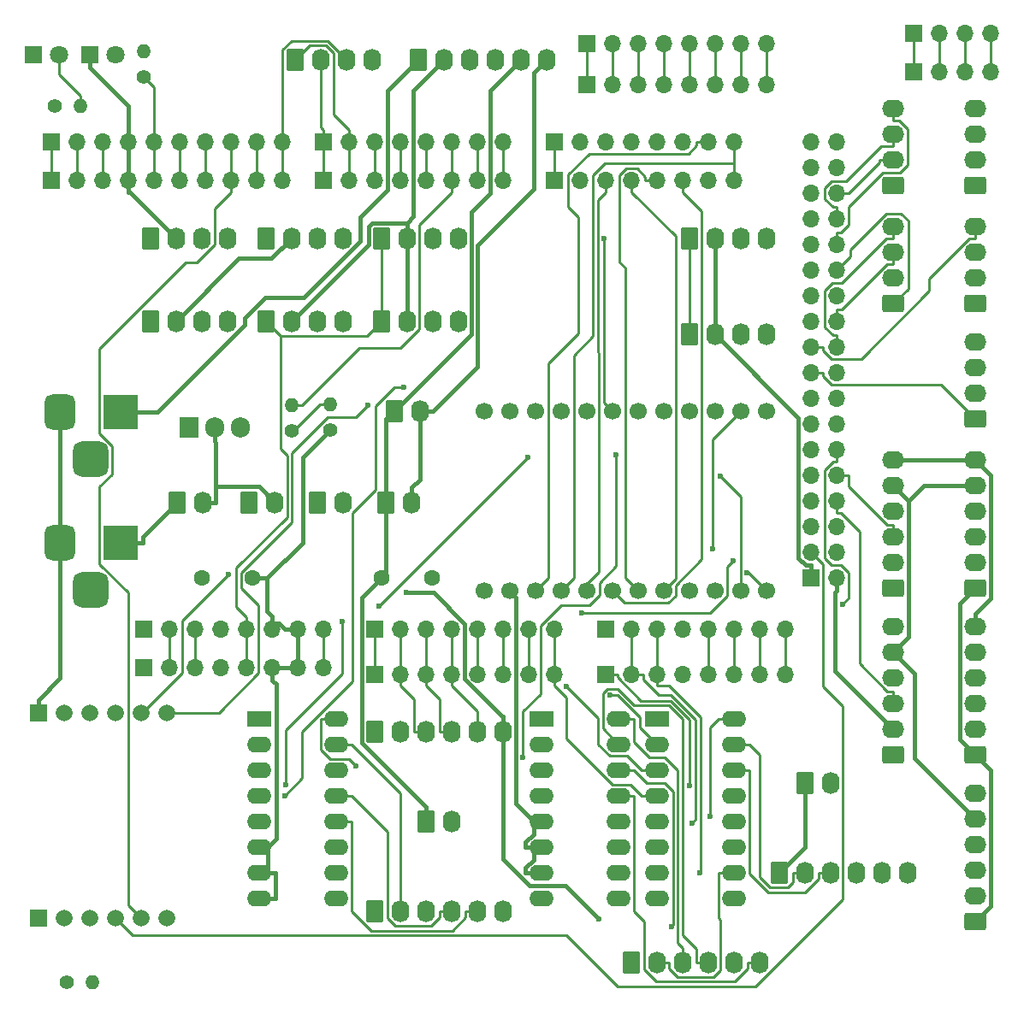
<source format=gbr>
%TF.GenerationSoftware,KiCad,Pcbnew,7.0.9*%
%TF.CreationDate,2023-12-05T19:44:07+10:00*%
%TF.ProjectId,Forward Console General Output,466f7277-6172-4642-9043-6f6e736f6c65,rev?*%
%TF.SameCoordinates,Original*%
%TF.FileFunction,Copper,L2,Bot*%
%TF.FilePolarity,Positive*%
%FSLAX46Y46*%
G04 Gerber Fmt 4.6, Leading zero omitted, Abs format (unit mm)*
G04 Created by KiCad (PCBNEW 7.0.9) date 2023-12-05 19:44:07*
%MOMM*%
%LPD*%
G01*
G04 APERTURE LIST*
G04 Aperture macros list*
%AMRoundRect*
0 Rectangle with rounded corners*
0 $1 Rounding radius*
0 $2 $3 $4 $5 $6 $7 $8 $9 X,Y pos of 4 corners*
0 Add a 4 corners polygon primitive as box body*
4,1,4,$2,$3,$4,$5,$6,$7,$8,$9,$2,$3,0*
0 Add four circle primitives for the rounded corners*
1,1,$1+$1,$2,$3*
1,1,$1+$1,$4,$5*
1,1,$1+$1,$6,$7*
1,1,$1+$1,$8,$9*
0 Add four rect primitives between the rounded corners*
20,1,$1+$1,$2,$3,$4,$5,0*
20,1,$1+$1,$4,$5,$6,$7,0*
20,1,$1+$1,$6,$7,$8,$9,0*
20,1,$1+$1,$8,$9,$2,$3,0*%
G04 Aperture macros list end*
%TA.AperFunction,ComponentPad*%
%ADD10RoundRect,0.250000X-0.620000X-0.845000X0.620000X-0.845000X0.620000X0.845000X-0.620000X0.845000X0*%
%TD*%
%TA.AperFunction,ComponentPad*%
%ADD11O,1.740000X2.190000*%
%TD*%
%TA.AperFunction,ComponentPad*%
%ADD12R,1.700000X1.700000*%
%TD*%
%TA.AperFunction,ComponentPad*%
%ADD13O,1.700000X1.700000*%
%TD*%
%TA.AperFunction,ComponentPad*%
%ADD14C,1.700000*%
%TD*%
%TA.AperFunction,ComponentPad*%
%ADD15C,1.400000*%
%TD*%
%TA.AperFunction,ComponentPad*%
%ADD16O,1.400000X1.400000*%
%TD*%
%TA.AperFunction,ComponentPad*%
%ADD17O,2.400000X1.600000*%
%TD*%
%TA.AperFunction,ComponentPad*%
%ADD18R,2.400000X1.600000*%
%TD*%
%TA.AperFunction,ComponentPad*%
%ADD19RoundRect,0.250000X0.845000X-0.620000X0.845000X0.620000X-0.845000X0.620000X-0.845000X-0.620000X0*%
%TD*%
%TA.AperFunction,ComponentPad*%
%ADD20O,2.190000X1.740000*%
%TD*%
%TA.AperFunction,ComponentPad*%
%ADD21C,1.600000*%
%TD*%
%TA.AperFunction,ComponentPad*%
%ADD22R,3.500000X3.500000*%
%TD*%
%TA.AperFunction,ComponentPad*%
%ADD23RoundRect,0.750000X-0.750000X-1.000000X0.750000X-1.000000X0.750000X1.000000X-0.750000X1.000000X0*%
%TD*%
%TA.AperFunction,ComponentPad*%
%ADD24RoundRect,0.875000X-0.875000X-0.875000X0.875000X-0.875000X0.875000X0.875000X-0.875000X0.875000X0*%
%TD*%
%TA.AperFunction,ComponentPad*%
%ADD25R,1.905000X2.000000*%
%TD*%
%TA.AperFunction,ComponentPad*%
%ADD26O,1.905000X2.000000*%
%TD*%
%TA.AperFunction,ComponentPad*%
%ADD27R,1.800000X1.800000*%
%TD*%
%TA.AperFunction,ComponentPad*%
%ADD28C,1.800000*%
%TD*%
%TA.AperFunction,ComponentPad*%
%ADD29R,1.665000X1.665000*%
%TD*%
%TA.AperFunction,ComponentPad*%
%ADD30C,1.665000*%
%TD*%
%TA.AperFunction,ViaPad*%
%ADD31C,0.600000*%
%TD*%
%TA.AperFunction,Conductor*%
%ADD32C,0.250000*%
%TD*%
%TA.AperFunction,Conductor*%
%ADD33C,0.400000*%
%TD*%
G04 APERTURE END LIST*
D10*
%TO.P,J60,1,Pin_1*%
%TO.N,+5V*%
X181915000Y-58725000D03*
D11*
%TO.P,J60,2,Pin_2*%
%TO.N,GND*%
X184455000Y-58725000D03*
%TO.P,J60,3,Pin_3*%
%TO.N,/SC7*%
X186995000Y-58725000D03*
%TO.P,J60,4,Pin_4*%
%TO.N,/SD7*%
X189535000Y-58725000D03*
%TD*%
D10*
%TO.P,J59,1,Pin_1*%
%TO.N,+5V*%
X181915000Y-68250000D03*
D11*
%TO.P,J59,2,Pin_2*%
%TO.N,GND*%
X184455000Y-68250000D03*
%TO.P,J59,3,Pin_3*%
%TO.N,/SC6*%
X186995000Y-68250000D03*
%TO.P,J59,4,Pin_4*%
%TO.N,/SD6*%
X189535000Y-68250000D03*
%TD*%
D10*
%TO.P,J58,1,Pin_1*%
%TO.N,+5V*%
X151435000Y-58725000D03*
D11*
%TO.P,J58,2,Pin_2*%
%TO.N,GND*%
X153975000Y-58725000D03*
%TO.P,J58,3,Pin_3*%
%TO.N,/SC5*%
X156515000Y-58725000D03*
%TO.P,J58,4,Pin_4*%
%TO.N,/SD5*%
X159055000Y-58725000D03*
%TD*%
D10*
%TO.P,J57,1,Pin_1*%
%TO.N,+5V*%
X151435000Y-67000000D03*
D11*
%TO.P,J57,2,Pin_2*%
%TO.N,GND*%
X153975000Y-67000000D03*
%TO.P,J57,3,Pin_3*%
%TO.N,/SC4*%
X156515000Y-67000000D03*
%TO.P,J57,4,Pin_4*%
%TO.N,/SD4*%
X159055000Y-67000000D03*
%TD*%
D10*
%TO.P,J56,1,Pin_1*%
%TO.N,+5V*%
X140005000Y-58725000D03*
D11*
%TO.P,J56,2,Pin_2*%
%TO.N,GND*%
X142545000Y-58725000D03*
%TO.P,J56,3,Pin_3*%
%TO.N,/SC3*%
X145085000Y-58725000D03*
%TO.P,J56,4,Pin_4*%
%TO.N,/SD3*%
X147625000Y-58725000D03*
%TD*%
D10*
%TO.P,J55,1,Pin_1*%
%TO.N,+5V*%
X140005000Y-66980000D03*
D11*
%TO.P,J55,2,Pin_2*%
%TO.N,GND*%
X142545000Y-66980000D03*
%TO.P,J55,3,Pin_3*%
%TO.N,/SC2*%
X145085000Y-66980000D03*
%TO.P,J55,4,Pin_4*%
%TO.N,/SD2*%
X147625000Y-66980000D03*
%TD*%
D10*
%TO.P,J36,1,Pin_1*%
%TO.N,+5V*%
X128575000Y-58745000D03*
D11*
%TO.P,J36,2,Pin_2*%
%TO.N,GND*%
X131115000Y-58745000D03*
%TO.P,J36,3,Pin_3*%
%TO.N,/SC1*%
X133655000Y-58745000D03*
%TO.P,J36,4,Pin_4*%
%TO.N,/SD1*%
X136195000Y-58745000D03*
%TD*%
%TO.P,J21,4,Pin_4*%
%TO.N,/SD0*%
X136195000Y-66980000D03*
%TO.P,J21,3,Pin_3*%
%TO.N,/SC0*%
X133655000Y-66980000D03*
%TO.P,J21,2,Pin_2*%
%TO.N,GND*%
X131115000Y-66980000D03*
D10*
%TO.P,J21,1,Pin_1*%
%TO.N,+5V*%
X128575000Y-66980000D03*
%TD*%
D12*
%TO.P,J45,1,Pin_1*%
%TO.N,GND*%
X193980000Y-92380000D03*
D13*
%TO.P,J45,2,Pin_2*%
X196520000Y-92380000D03*
%TO.P,J45,3,Pin_3*%
%TO.N,SCLK*%
X193980000Y-89840000D03*
%TO.P,J45,4,Pin_4*%
%TO.N,ES1_RST*%
X196520000Y-89840000D03*
%TO.P,J45,5,Pin_5*%
%TO.N,MISO*%
X193980000Y-87300000D03*
%TO.P,J45,6,Pin_6*%
%TO.N,MOSI*%
X196520000Y-87300000D03*
%TO.P,J45,7,Pin_7*%
%TO.N,/48*%
X193980000Y-84760000D03*
%TO.P,J45,8,Pin_8*%
%TO.N,/49*%
X196520000Y-84760000D03*
%TO.P,J45,9,Pin_9*%
%TO.N,/\u002A46*%
X193980000Y-82220000D03*
%TO.P,J45,10,Pin_10*%
%TO.N,/47*%
X196520000Y-82220000D03*
%TO.P,J45,11,Pin_11*%
%TO.N,/\u002A44*%
X193980000Y-79680000D03*
%TO.P,J45,12,Pin_12*%
%TO.N,O_COIL_L_YAW*%
X196520000Y-79680000D03*
%TO.P,J45,13,Pin_13*%
%TO.N,/42*%
X193980000Y-77140000D03*
%TO.P,J45,14,Pin_14*%
%TO.N,O_COIL_R_YAW*%
X196520000Y-77140000D03*
%TO.P,J45,15,Pin_15*%
%TO.N,/40*%
X193980000Y-74600000D03*
%TO.P,J45,16,Pin_16*%
%TO.N,O_COIL_L_PITCH*%
X196520000Y-74600000D03*
%TO.P,J45,17,Pin_17*%
%TO.N,/38*%
X193980000Y-72060000D03*
%TO.P,J45,18,Pin_18*%
%TO.N,O_COIL_R_PITCH*%
X196520000Y-72060000D03*
%TO.P,J45,19,Pin_19*%
%TO.N,/36*%
X193980000Y-69520000D03*
%TO.P,J45,20,Pin_20*%
%TO.N,/37*%
X196520000Y-69520000D03*
%TO.P,J45,21,Pin_21*%
%TO.N,/34*%
X193980000Y-66980000D03*
%TO.P,J45,22,Pin_22*%
%TO.N,/35*%
X196520000Y-66980000D03*
%TO.P,J45,23,Pin_23*%
%TO.N,/32*%
X193980000Y-64440000D03*
%TO.P,J45,24,Pin_24*%
%TO.N,/33*%
X196520000Y-64440000D03*
%TO.P,J45,25,Pin_25*%
%TO.N,/30*%
X193980000Y-61900000D03*
%TO.P,J45,26,Pin_26*%
%TO.N,/31*%
X196520000Y-61900000D03*
%TO.P,J45,27,Pin_27*%
%TO.N,/28*%
X193980000Y-59360000D03*
%TO.P,J45,28,Pin_28*%
%TO.N,/29*%
X196520000Y-59360000D03*
%TO.P,J45,29,Pin_29*%
%TO.N,/26*%
X193980000Y-56820000D03*
%TO.P,J45,30,Pin_30*%
%TO.N,/27*%
X196520000Y-56820000D03*
%TO.P,J45,31,Pin_31*%
%TO.N,/24*%
X193980000Y-54280000D03*
%TO.P,J45,32,Pin_32*%
%TO.N,/25*%
X196520000Y-54280000D03*
%TO.P,J45,33,Pin_33*%
%TO.N,/22*%
X193980000Y-51740000D03*
%TO.P,J45,34,Pin_34*%
%TO.N,/23*%
X196520000Y-51740000D03*
%TO.P,J45,35,Pin_35*%
%TO.N,+5V*%
X193980000Y-49200000D03*
%TO.P,J45,36,Pin_36*%
X196520000Y-49200000D03*
%TD*%
D12*
%TO.P,J42,1,Pin_1*%
%TO.N,unconnected-(J42-Pin_1-Pad1)*%
X127940000Y-97460000D03*
D13*
%TO.P,J42,2,Pin_2*%
%TO.N,/IOREF*%
X130480000Y-97460000D03*
%TO.P,J42,3,Pin_3*%
%TO.N,/~{RESET}*%
X133020000Y-97460000D03*
%TO.P,J42,4,Pin_4*%
%TO.N,+3V3*%
X135560000Y-97460000D03*
%TO.P,J42,5,Pin_5*%
%TO.N,+5V*%
X138100000Y-97460000D03*
%TO.P,J42,6,Pin_6*%
%TO.N,GND*%
X140640000Y-97460000D03*
%TO.P,J42,7,Pin_7*%
X143180000Y-97460000D03*
%TO.P,J42,8,Pin_8*%
%TO.N,VCC*%
X145720000Y-97460000D03*
%TD*%
D12*
%TO.P,J43,1,Pin_1*%
%TO.N,/A0*%
X150800000Y-97460000D03*
D13*
%TO.P,J43,2,Pin_2*%
%TO.N,/A1*%
X153340000Y-97460000D03*
%TO.P,J43,3,Pin_3*%
%TO.N,/A2*%
X155880000Y-97460000D03*
%TO.P,J43,4,Pin_4*%
%TO.N,/A3*%
X158420000Y-97460000D03*
%TO.P,J43,5,Pin_5*%
%TO.N,O_CAUTION_LAMP-*%
X160960000Y-97460000D03*
%TO.P,J43,6,Pin_6*%
%TO.N,O_PRI_LAMP*%
X163500000Y-97460000D03*
%TO.P,J43,7,Pin_7*%
%TO.N,O_SEP_LAMP*%
X166040000Y-97460000D03*
%TO.P,J43,8,Pin_8*%
%TO.N,O_MISSILE_LAMP*%
X168580000Y-97460000D03*
%TD*%
D12*
%TO.P,J44,1,Pin_1*%
%TO.N,O_HARS_LAMP*%
X173660000Y-97460000D03*
D13*
%TO.P,J44,2,Pin_2*%
%TO.N,O_EGI_LAMP*%
X176200000Y-97460000D03*
%TO.P,J44,3,Pin_3*%
%TO.N,O_TISL_LAMP*%
X178740000Y-97460000D03*
%TO.P,J44,4,Pin_4*%
%TO.N,O_STR_PT_LAMP*%
X181280000Y-97460000D03*
%TO.P,J44,5,Pin_5*%
%TO.N,O_ANCHR_LAMP*%
X183820000Y-97460000D03*
%TO.P,J44,6,Pin_6*%
%TO.N,O_TCN_LAMP*%
X186360000Y-97460000D03*
%TO.P,J44,7,Pin_7*%
%TO.N,O_ILS_LAMP*%
X188900000Y-97460000D03*
%TO.P,J44,8,Pin_8*%
%TO.N,O_ANTI_SKID*%
X191440000Y-97460000D03*
%TD*%
D12*
%TO.P,J46,1,Pin_1*%
%TO.N,/SCL*%
X118796000Y-49200000D03*
D13*
%TO.P,J46,2,Pin_2*%
%TO.N,/SDA*%
X121336000Y-49200000D03*
%TO.P,J46,3,Pin_3*%
%TO.N,/AREF*%
X123876000Y-49200000D03*
%TO.P,J46,4,Pin_4*%
%TO.N,GND*%
X126416000Y-49200000D03*
%TO.P,J46,5,Pin_5*%
%TO.N,/\u002A13*%
X128956000Y-49200000D03*
%TO.P,J46,6,Pin_6*%
%TO.N,/\u002A12*%
X131496000Y-49200000D03*
%TO.P,J46,7,Pin_7*%
%TO.N,/\u002A11*%
X134036000Y-49200000D03*
%TO.P,J46,8,Pin_8*%
%TO.N,SS*%
X136576000Y-49200000D03*
%TO.P,J46,9,Pin_9*%
%TO.N,/\u002A9*%
X139116000Y-49200000D03*
%TO.P,J46,10,Pin_10*%
%TO.N,/\u002A8*%
X141656000Y-49200000D03*
%TD*%
D12*
%TO.P,J47,1,Pin_1*%
%TO.N,/\u002A7*%
X145720000Y-49200000D03*
D13*
%TO.P,J47,2,Pin_2*%
%TO.N,/\u002A6*%
X148260000Y-49200000D03*
%TO.P,J47,3,Pin_3*%
%TO.N,/\u002A5*%
X150800000Y-49200000D03*
%TO.P,J47,4,Pin_4*%
%TO.N,/\u002A4*%
X153340000Y-49200000D03*
%TO.P,J47,5,Pin_5*%
%TO.N,/\u002A3*%
X155880000Y-49200000D03*
%TO.P,J47,6,Pin_6*%
%TO.N,/\u002A2*%
X158420000Y-49200000D03*
%TO.P,J47,7,Pin_7*%
%TO.N,/TX0{slash}1*%
X160960000Y-49200000D03*
%TO.P,J47,8,Pin_8*%
%TO.N,/RX0{slash}0*%
X163500000Y-49200000D03*
%TD*%
D12*
%TO.P,J48,1,Pin_1*%
%TO.N,/TX3{slash}14*%
X168580000Y-49200000D03*
D13*
%TO.P,J48,2,Pin_2*%
%TO.N,/RX3{slash}15*%
X171120000Y-49200000D03*
%TO.P,J48,3,Pin_3*%
%TO.N,/I2C_SEL_RESET*%
X173660000Y-49200000D03*
%TO.P,J48,4,Pin_4*%
%TO.N,/I2C_SEL_A0*%
X176200000Y-49200000D03*
%TO.P,J48,5,Pin_5*%
%TO.N,/I2C_SEL_A1*%
X178740000Y-49200000D03*
%TO.P,J48,6,Pin_6*%
%TO.N,/I2C_SEL_A2*%
X181280000Y-49200000D03*
%TO.P,J48,7,Pin_7*%
%TO.N,/SDA*%
X183820000Y-49200000D03*
%TO.P,J48,8,Pin_8*%
%TO.N,/SCL*%
X186360000Y-49200000D03*
%TD*%
D14*
%TO.P,U4,1,VCC*%
%TO.N,+3V3*%
X161595000Y-93650000D03*
%TO.P,U4,2,GND*%
%TO.N,GND*%
X164135000Y-93650000D03*
%TO.P,U4,3,SDA*%
%TO.N,/SDA*%
X166675000Y-93650000D03*
%TO.P,U4,4,SCL*%
%TO.N,/SCL*%
X169215000Y-93650000D03*
%TO.P,U4,5,~{RESET}*%
%TO.N,/I2C_SEL_RESET*%
X171755000Y-93650000D03*
%TO.P,U4,6,A0*%
%TO.N,/I2C_SEL_A2*%
X174295000Y-93650000D03*
%TO.P,U4,7,A1*%
%TO.N,/I2C_SEL_A1*%
X176835000Y-93650000D03*
%TO.P,U4,8,A2*%
%TO.N,/I2C_SEL_A0*%
X179375000Y-93650000D03*
%TO.P,U4,9,SD0*%
%TO.N,/SD0*%
X181915000Y-93650000D03*
%TO.P,U4,10,SC0*%
%TO.N,/SC0*%
X184455000Y-93650000D03*
%TO.P,U4,11,SD1*%
%TO.N,/SD1*%
X186995000Y-93650000D03*
%TO.P,U4,12,SC1*%
%TO.N,/SC1*%
X189535000Y-93650000D03*
%TO.P,U4,13,SD2*%
%TO.N,/SD2*%
X189535000Y-75870000D03*
%TO.P,U4,14,SC2*%
%TO.N,/SC2*%
X186995000Y-75870000D03*
%TO.P,U4,15,SD3*%
%TO.N,/SD3*%
X184455000Y-75870000D03*
%TO.P,U4,16,SC3*%
%TO.N,/SC3*%
X181915000Y-75870000D03*
%TO.P,U4,17,SD4*%
%TO.N,/SD4*%
X179375000Y-75870000D03*
%TO.P,U4,18,SC4*%
%TO.N,/SC4*%
X176835000Y-75870000D03*
%TO.P,U4,19,SD5*%
%TO.N,/SD5*%
X174295000Y-75870000D03*
%TO.P,U4,20,SC5*%
%TO.N,/SC5*%
X171755000Y-75870000D03*
%TO.P,U4,21,SD6*%
%TO.N,/SD6*%
X169215000Y-75870000D03*
%TO.P,U4,22,SC6*%
%TO.N,/SC6*%
X166675000Y-75870000D03*
%TO.P,U4,23,SD7*%
%TO.N,/SD7*%
X164135000Y-75870000D03*
%TO.P,U4,24,SC7*%
%TO.N,/SC7*%
X161595000Y-75870000D03*
%TD*%
D15*
%TO.P,R4,1*%
%TO.N,/\u002A12*%
X119100000Y-45644000D03*
D16*
%TO.P,R4,2*%
%TO.N,Net-(D2-A)*%
X121640000Y-45644000D03*
%TD*%
D17*
%TO.P,U2,16,O1*%
%TO.N,/COIL AND LAMP DRIVERS/CAUTION_LAMP-*%
X186360000Y-106350000D03*
%TO.P,U2,15,O2*%
%TO.N,/COIL AND LAMP DRIVERS/PRI*%
X186360000Y-108890000D03*
%TO.P,U2,14,O3*%
%TO.N,/COIL AND LAMP DRIVERS/SEP*%
X186360000Y-111430000D03*
%TO.P,U2,13,O4*%
%TO.N,/COIL AND LAMP DRIVERS/MISSLE LAUNCH*%
X186360000Y-113970000D03*
%TO.P,U2,12,O5*%
%TO.N,/COIL AND LAMP DRIVERS/HARS*%
X186360000Y-116510000D03*
%TO.P,U2,11,O6*%
%TO.N,/COIL AND LAMP DRIVERS/EGI*%
X186360000Y-119050000D03*
%TO.P,U2,10,O7*%
%TO.N,/COIL AND LAMP DRIVERS/TISL*%
X186360000Y-121590000D03*
%TO.P,U2,9,COM*%
%TO.N,+12V*%
X186360000Y-124130000D03*
%TO.P,U2,8,GND*%
%TO.N,GND*%
X178740000Y-124130000D03*
%TO.P,U2,7,I7*%
%TO.N,O_TISL_LAMP*%
X178740000Y-121590000D03*
%TO.P,U2,6,I6*%
%TO.N,O_EGI_LAMP*%
X178740000Y-119050000D03*
%TO.P,U2,5,I5*%
%TO.N,O_HARS_LAMP*%
X178740000Y-116510000D03*
%TO.P,U2,4,I4*%
%TO.N,O_MISSILE_LAMP*%
X178740000Y-113970000D03*
%TO.P,U2,3,I3*%
%TO.N,O_SEP_LAMP*%
X178740000Y-111430000D03*
%TO.P,U2,2,I2*%
%TO.N,O_PRI_LAMP*%
X178740000Y-108890000D03*
D18*
%TO.P,U2,1,I1*%
%TO.N,O_CAUTION_LAMP-*%
X178740000Y-106350000D03*
%TD*%
D10*
%TO.P,J54,1,Pin_1*%
%TO.N,+12V*%
X150800000Y-125400000D03*
D11*
%TO.P,J54,2,Pin_2*%
%TO.N,/COIL AND LAMP DRIVERS/COIL_L_YAW*%
X153340000Y-125400000D03*
%TO.P,J54,3,Pin_3*%
%TO.N,/COIL AND LAMP DRIVERS/COIL_R_YAW*%
X155880000Y-125400000D03*
%TO.P,J54,4,Pin_4*%
%TO.N,/COIL AND LAMP DRIVERS/COIL_L_PITCH*%
X158420000Y-125400000D03*
%TO.P,J54,5,Pin_5*%
%TO.N,/COIL AND LAMP DRIVERS/COIL_R_PITCH*%
X160960000Y-125400000D03*
%TO.P,J54,6,Pin_6*%
%TO.N,unconnected-(J54-Pin_6-Pad6)*%
X163500000Y-125400000D03*
%TD*%
D19*
%TO.P,J35,1,Pin_1*%
%TO.N,/38*%
X210236000Y-76632000D03*
D20*
%TO.P,J35,2,Pin_2*%
%TO.N,/40*%
X210236000Y-74092000D03*
%TO.P,J35,3,Pin_3*%
%TO.N,/42*%
X210236000Y-71552000D03*
%TO.P,J35,4,Pin_4*%
%TO.N,/\u002A44*%
X210236000Y-69012000D03*
%TD*%
D15*
%TO.P,R5,1*%
%TO.N,+3V3*%
X120325000Y-132385000D03*
D16*
%TO.P,R5,2*%
%TO.N,Net-(U1-INT)*%
X122865000Y-132385000D03*
%TD*%
D10*
%TO.P,J51,1,Pin_1*%
%TO.N,+12V*%
X190805000Y-121590000D03*
D11*
%TO.P,J51,2,Pin_2*%
%TO.N,/COIL AND LAMP DRIVERS/PRI*%
X193345000Y-121590000D03*
%TO.P,J51,3,Pin_3*%
%TO.N,/COIL AND LAMP DRIVERS/SEP*%
X195885000Y-121590000D03*
%TO.P,J51,4,Pin_4*%
%TO.N,/COIL AND LAMP DRIVERS/MISSLE LAUNCH*%
X198425000Y-121590000D03*
%TO.P,J51,5,Pin_5*%
%TO.N,/COIL AND LAMP DRIVERS/HARS*%
X200965000Y-121590000D03*
%TO.P,J51,6,Pin_6*%
%TO.N,/COIL AND LAMP DRIVERS/EGI*%
X203505000Y-121590000D03*
%TD*%
D19*
%TO.P,J39,1,Pin_1*%
%TO.N,/31*%
X202128000Y-65175000D03*
D20*
%TO.P,J39,2,Pin_2*%
%TO.N,/33*%
X202128000Y-62635000D03*
%TO.P,J39,3,Pin_3*%
%TO.N,/35*%
X202128000Y-60095000D03*
%TO.P,J39,4,Pin_4*%
%TO.N,/37*%
X202128000Y-57555000D03*
%TD*%
D12*
%TO.P,J33,1,Pin_1*%
%TO.N,O_HARS_LAMP*%
X173660000Y-101905000D03*
D13*
%TO.P,J33,2,Pin_2*%
%TO.N,O_EGI_LAMP*%
X176200000Y-101905000D03*
%TO.P,J33,3,Pin_3*%
%TO.N,O_TISL_LAMP*%
X178740000Y-101905000D03*
%TO.P,J33,4,Pin_4*%
%TO.N,O_STR_PT_LAMP*%
X181280000Y-101905000D03*
%TO.P,J33,5,Pin_5*%
%TO.N,O_ANCHR_LAMP*%
X183820000Y-101905000D03*
%TO.P,J33,6,Pin_6*%
%TO.N,O_TCN_LAMP*%
X186360000Y-101905000D03*
%TO.P,J33,7,Pin_7*%
%TO.N,O_ILS_LAMP*%
X188900000Y-101905000D03*
%TO.P,J33,8,Pin_8*%
%TO.N,O_ANTI_SKID*%
X191440000Y-101905000D03*
%TD*%
D10*
%TO.P,J53,1,Pin_1*%
%TO.N,+12V*%
X193345000Y-112720000D03*
D11*
%TO.P,J53,2,Pin_2*%
%TO.N,/COIL AND LAMP DRIVERS/COIL_ANTI_SKID*%
X195885000Y-112720000D03*
%TD*%
D12*
%TO.P,J11,1,Pin_1*%
%TO.N,Net-(J11-Pin_1)*%
X171755000Y-43485000D03*
D13*
%TO.P,J11,2,Pin_2*%
%TO.N,Net-(J11-Pin_2)*%
X174295000Y-43485000D03*
%TO.P,J11,3,Pin_3*%
%TO.N,Net-(J11-Pin_3)*%
X176835000Y-43485000D03*
%TO.P,J11,4,Pin_4*%
%TO.N,Net-(J11-Pin_4)*%
X179375000Y-43485000D03*
%TO.P,J11,5,Pin_5*%
%TO.N,Net-(J11-Pin_5)*%
X181915000Y-43485000D03*
%TO.P,J11,6,Pin_6*%
%TO.N,Net-(J11-Pin_6)*%
X184455000Y-43485000D03*
%TO.P,J11,7,Pin_7*%
%TO.N,Net-(J11-Pin_7)*%
X186995000Y-43485000D03*
%TO.P,J11,8,Pin_8*%
%TO.N,Net-(J11-Pin_8)*%
X189535000Y-43485000D03*
%TD*%
D19*
%TO.P,J28,1,Pin_1*%
%TO.N,+5VD*%
X202128000Y-109906000D03*
D20*
%TO.P,J28,2,Pin_2*%
%TO.N,GND*%
X202128000Y-107366000D03*
%TO.P,J28,3,Pin_3*%
%TO.N,/49*%
X202128000Y-104826000D03*
%TO.P,J28,4,Pin_4*%
%TO.N,unconnected-(J28-Pin_4-Pad4)*%
X202128000Y-102286000D03*
%TO.P,J28,5,Pin_5*%
%TO.N,+12V*%
X202128000Y-99746000D03*
%TO.P,J28,6,Pin_6*%
%TO.N,/BACKLIGHT_-V*%
X202128000Y-97206000D03*
%TD*%
D12*
%TO.P,J41,1,Pin_1*%
%TO.N,unconnected-(J41-Pin_1-Pad1)*%
X127940000Y-101270000D03*
D13*
%TO.P,J41,2,Pin_2*%
%TO.N,/IOREF*%
X130480000Y-101270000D03*
%TO.P,J41,3,Pin_3*%
%TO.N,/~{RESET}*%
X133020000Y-101270000D03*
%TO.P,J41,4,Pin_4*%
%TO.N,+3V3*%
X135560000Y-101270000D03*
%TO.P,J41,5,Pin_5*%
%TO.N,+5V*%
X138100000Y-101270000D03*
%TO.P,J41,6,Pin_6*%
%TO.N,GND*%
X140640000Y-101270000D03*
%TO.P,J41,7,Pin_7*%
X143180000Y-101270000D03*
%TO.P,J41,8,Pin_8*%
%TO.N,VCC*%
X145720000Y-101270000D03*
%TD*%
D12*
%TO.P,J16,1,Pin_1*%
%TO.N,Net-(J11-Pin_1)*%
X171755000Y-39470000D03*
D13*
%TO.P,J16,2,Pin_2*%
%TO.N,Net-(J11-Pin_2)*%
X174295000Y-39470000D03*
%TO.P,J16,3,Pin_3*%
%TO.N,Net-(J11-Pin_3)*%
X176835000Y-39470000D03*
%TO.P,J16,4,Pin_4*%
%TO.N,Net-(J11-Pin_4)*%
X179375000Y-39470000D03*
%TO.P,J16,5,Pin_5*%
%TO.N,Net-(J11-Pin_5)*%
X181915000Y-39470000D03*
%TO.P,J16,6,Pin_6*%
%TO.N,Net-(J11-Pin_6)*%
X184455000Y-39470000D03*
%TO.P,J16,7,Pin_7*%
%TO.N,Net-(J11-Pin_7)*%
X186995000Y-39470000D03*
%TO.P,J16,8,Pin_8*%
%TO.N,Net-(J11-Pin_8)*%
X189535000Y-39470000D03*
%TD*%
D10*
%TO.P,J14,1,Pin_1*%
%TO.N,+12V*%
X151925000Y-84887000D03*
D11*
%TO.P,J14,2,Pin_2*%
%TO.N,/BACKLIGHT_-V*%
X154465000Y-84887000D03*
%TD*%
D10*
%TO.P,J50,1,Pin_1*%
%TO.N,GND*%
X150800000Y-107620000D03*
D11*
%TO.P,J50,2,Pin_2*%
%TO.N,/A0*%
X153340000Y-107620000D03*
%TO.P,J50,3,Pin_3*%
%TO.N,/A1*%
X155880000Y-107620000D03*
%TO.P,J50,4,Pin_4*%
%TO.N,/A2*%
X158420000Y-107620000D03*
%TO.P,J50,5,Pin_5*%
%TO.N,/A3*%
X160960000Y-107620000D03*
%TO.P,J50,6,Pin_6*%
%TO.N,+5VD*%
X163500000Y-107620000D03*
%TD*%
D21*
%TO.P,C1,1*%
%TO.N,+5VD*%
X133695000Y-92380000D03*
%TO.P,C1,2*%
%TO.N,GND*%
X138695000Y-92380000D03*
%TD*%
D10*
%TO.P,J9,1,Pin_1*%
%TO.N,+12V*%
X152705000Y-75870000D03*
D11*
%TO.P,J9,2,Pin_2*%
%TO.N,/BACKLIGHT_-V*%
X155245000Y-75870000D03*
%TD*%
D12*
%TO.P,J10,1,Pin_1*%
%TO.N,Net-(J10-Pin_1)*%
X204140000Y-42215000D03*
D13*
%TO.P,J10,2,Pin_2*%
%TO.N,Net-(J10-Pin_2)*%
X206680000Y-42215000D03*
%TO.P,J10,3,Pin_3*%
%TO.N,Net-(J10-Pin_3)*%
X209220000Y-42215000D03*
%TO.P,J10,4,Pin_4*%
%TO.N,Net-(J10-Pin_4)*%
X211760000Y-42215000D03*
%TD*%
D19*
%TO.P,J40,1,Pin_1*%
%TO.N,/22*%
X210236000Y-53518000D03*
D20*
%TO.P,J40,2,Pin_2*%
%TO.N,/24*%
X210236000Y-50978000D03*
%TO.P,J40,3,Pin_3*%
%TO.N,/26*%
X210236000Y-48438000D03*
%TO.P,J40,4,Pin_4*%
%TO.N,/28*%
X210236000Y-45898000D03*
%TD*%
D19*
%TO.P,J27,1,Pin_1*%
%TO.N,+5VD*%
X210256000Y-126407000D03*
D20*
%TO.P,J27,2,Pin_2*%
%TO.N,GND*%
X210256000Y-123867000D03*
%TO.P,J27,3,Pin_3*%
%TO.N,/\u002A3*%
X210256000Y-121327000D03*
%TO.P,J27,4,Pin_4*%
%TO.N,unconnected-(J27-Pin_4-Pad4)*%
X210256000Y-118787000D03*
%TO.P,J27,5,Pin_5*%
%TO.N,+12V*%
X210256000Y-116247000D03*
%TO.P,J27,6,Pin_6*%
%TO.N,/BACKLIGHT_-V*%
X210256000Y-113707000D03*
%TD*%
D10*
%TO.P,J19,1,Pin_1*%
%TO.N,+12V*%
X145085000Y-84887000D03*
D11*
%TO.P,J19,2,Pin_2*%
%TO.N,/BACKLIGHT_-V*%
X147625000Y-84887000D03*
%TD*%
D15*
%TO.P,R1,1*%
%TO.N,Net-(Q1-G)*%
X142545000Y-77775000D03*
D16*
%TO.P,R1,2*%
%TO.N,/\u002A2*%
X142545000Y-75235000D03*
%TD*%
D10*
%TO.P,J34,1,Pin_1*%
%TO.N,/\u002A6*%
X142926000Y-41092000D03*
D11*
%TO.P,J34,2,Pin_2*%
%TO.N,/\u002A7*%
X145466000Y-41092000D03*
%TO.P,J34,3,Pin_3*%
%TO.N,/\u002A8*%
X148006000Y-41092000D03*
%TO.P,J34,4,Pin_4*%
%TO.N,/\u002A9*%
X150546000Y-41092000D03*
%TD*%
D10*
%TO.P,J6,1,Pin_1*%
%TO.N,+12V*%
X131224000Y-84887000D03*
D11*
%TO.P,J6,2,Pin_2*%
%TO.N,/BACKLIGHT_-V*%
X133764000Y-84887000D03*
%TD*%
D10*
%TO.P,J3,1,Pin_1*%
%TO.N,+12V*%
X138354000Y-84887000D03*
D11*
%TO.P,J3,2,Pin_2*%
%TO.N,/BACKLIGHT_-V*%
X140894000Y-84887000D03*
%TD*%
D12*
%TO.P,J26,1,Pin_1*%
%TO.N,/TX3{slash}14*%
X168580000Y-53010000D03*
D13*
%TO.P,J26,2,Pin_2*%
%TO.N,/RX3{slash}15*%
X171120000Y-53010000D03*
%TO.P,J26,3,Pin_3*%
%TO.N,/I2C_SEL_RESET*%
X173660000Y-53010000D03*
%TO.P,J26,4,Pin_4*%
%TO.N,/I2C_SEL_A0*%
X176200000Y-53010000D03*
%TO.P,J26,5,Pin_5*%
%TO.N,/I2C_SEL_A1*%
X178740000Y-53010000D03*
%TO.P,J26,6,Pin_6*%
%TO.N,/I2C_SEL_A2*%
X181280000Y-53010000D03*
%TO.P,J26,7,Pin_7*%
%TO.N,/SDA*%
X183820000Y-53010000D03*
%TO.P,J26,8,Pin_8*%
%TO.N,/SCL*%
X186360000Y-53010000D03*
%TD*%
D19*
%TO.P,J29,1,Pin_1*%
%TO.N,+5VD*%
X210256000Y-109906000D03*
D20*
%TO.P,J29,2,Pin_2*%
%TO.N,GND*%
X210256000Y-107366000D03*
%TO.P,J29,3,Pin_3*%
%TO.N,/48*%
X210256000Y-104826000D03*
%TO.P,J29,4,Pin_4*%
%TO.N,unconnected-(J29-Pin_4-Pad4)*%
X210256000Y-102286000D03*
%TO.P,J29,5,Pin_5*%
%TO.N,+12V*%
X210256000Y-99746000D03*
%TO.P,J29,6,Pin_6*%
%TO.N,/BACKLIGHT_-V*%
X210256000Y-97206000D03*
%TD*%
D19*
%TO.P,J37,1,Pin_1*%
%TO.N,/23*%
X202128000Y-53518000D03*
D20*
%TO.P,J37,2,Pin_2*%
%TO.N,/25*%
X202128000Y-50978000D03*
%TO.P,J37,3,Pin_3*%
%TO.N,/27*%
X202128000Y-48438000D03*
%TO.P,J37,4,Pin_4*%
%TO.N,/29*%
X202128000Y-45898000D03*
%TD*%
D18*
%TO.P,U5,1,I1*%
%TO.N,O_ANTI_SKID*%
X139370000Y-106350000D03*
D17*
%TO.P,U5,2,I2*%
%TO.N,O_COIL_L_YAW*%
X139370000Y-108890000D03*
%TO.P,U5,3,I3*%
%TO.N,O_COIL_R_YAW*%
X139370000Y-111430000D03*
%TO.P,U5,4,I4*%
%TO.N,O_COIL_L_PITCH*%
X139370000Y-113970000D03*
%TO.P,U5,5,I5*%
%TO.N,O_COIL_R_PITCH*%
X139370000Y-116510000D03*
%TO.P,U5,6,I6*%
%TO.N,GND*%
X139370000Y-119050000D03*
%TO.P,U5,7,I7*%
X139370000Y-121590000D03*
%TO.P,U5,8,GND*%
X139370000Y-124130000D03*
%TO.P,U5,9,COM*%
%TO.N,+12V*%
X146990000Y-124130000D03*
%TO.P,U5,10,O7*%
%TO.N,unconnected-(U5-O7-Pad10)*%
X146990000Y-121590000D03*
%TO.P,U5,11,O6*%
%TO.N,unconnected-(U5-O6-Pad11)*%
X146990000Y-119050000D03*
%TO.P,U5,12,O5*%
%TO.N,/COIL AND LAMP DRIVERS/COIL_R_PITCH*%
X146990000Y-116510000D03*
%TO.P,U5,13,O4*%
%TO.N,/COIL AND LAMP DRIVERS/COIL_L_PITCH*%
X146990000Y-113970000D03*
%TO.P,U5,14,O3*%
%TO.N,/COIL AND LAMP DRIVERS/COIL_R_YAW*%
X146990000Y-111430000D03*
%TO.P,U5,15,O2*%
%TO.N,/COIL AND LAMP DRIVERS/COIL_L_YAW*%
X146990000Y-108890000D03*
%TO.P,U5,16,O1*%
%TO.N,/COIL AND LAMP DRIVERS/COIL_ANTI_SKID*%
X146990000Y-106350000D03*
%TD*%
D22*
%TO.P,J22,1,Pin_1*%
%TO.N,+12V*%
X125660000Y-88882500D03*
D23*
%TO.P,J22,2,Pin_2*%
%TO.N,GND*%
X119660000Y-88882500D03*
D24*
%TO.P,J22,3*%
%TO.N,N/C*%
X122660000Y-93582500D03*
%TD*%
D19*
%TO.P,J31,1,Pin_1*%
%TO.N,+5VD*%
X210236000Y-93396000D03*
D20*
%TO.P,J31,2,Pin_2*%
%TO.N,GND*%
X210236000Y-90856000D03*
%TO.P,J31,3,Pin_3*%
%TO.N,/\u002A46*%
X210236000Y-88316000D03*
%TO.P,J31,4,Pin_4*%
%TO.N,unconnected-(J31-Pin_4-Pad4)*%
X210236000Y-85776000D03*
%TO.P,J31,5,Pin_5*%
%TO.N,+12V*%
X210236000Y-83236000D03*
%TO.P,J31,6,Pin_6*%
%TO.N,/BACKLIGHT_-V*%
X210236000Y-80696000D03*
%TD*%
D12*
%TO.P,J25,1,Pin_1*%
%TO.N,/\u002A7*%
X145720000Y-53010000D03*
D13*
%TO.P,J25,2,Pin_2*%
%TO.N,/\u002A6*%
X148260000Y-53010000D03*
%TO.P,J25,3,Pin_3*%
%TO.N,/\u002A5*%
X150800000Y-53010000D03*
%TO.P,J25,4,Pin_4*%
%TO.N,/\u002A4*%
X153340000Y-53010000D03*
%TO.P,J25,5,Pin_5*%
%TO.N,/\u002A3*%
X155880000Y-53010000D03*
%TO.P,J25,6,Pin_6*%
%TO.N,/\u002A2*%
X158420000Y-53010000D03*
%TO.P,J25,7,Pin_7*%
%TO.N,/TX0{slash}1*%
X160960000Y-53010000D03*
%TO.P,J25,8,Pin_8*%
%TO.N,/RX0{slash}0*%
X163500000Y-53010000D03*
%TD*%
D12*
%TO.P,J32,1,Pin_1*%
%TO.N,/A0*%
X150800000Y-101905000D03*
D13*
%TO.P,J32,2,Pin_2*%
%TO.N,/A1*%
X153340000Y-101905000D03*
%TO.P,J32,3,Pin_3*%
%TO.N,/A2*%
X155880000Y-101905000D03*
%TO.P,J32,4,Pin_4*%
%TO.N,/A3*%
X158420000Y-101905000D03*
%TO.P,J32,5,Pin_5*%
%TO.N,O_CAUTION_LAMP-*%
X160960000Y-101905000D03*
%TO.P,J32,6,Pin_6*%
%TO.N,O_PRI_LAMP*%
X163500000Y-101905000D03*
%TO.P,J32,7,Pin_7*%
%TO.N,O_SEP_LAMP*%
X166040000Y-101905000D03*
%TO.P,J32,8,Pin_8*%
%TO.N,O_MISSILE_LAMP*%
X168580000Y-101905000D03*
%TD*%
D18*
%TO.P,U3,1,I1*%
%TO.N,O_STR_PT_LAMP*%
X167310000Y-106350000D03*
D17*
%TO.P,U3,2,I2*%
%TO.N,O_ANCHR_LAMP*%
X167310000Y-108890000D03*
%TO.P,U3,3,I3*%
%TO.N,O_TCN_LAMP*%
X167310000Y-111430000D03*
%TO.P,U3,4,I4*%
%TO.N,O_ILS_LAMP*%
X167310000Y-113970000D03*
%TO.P,U3,5,I5*%
%TO.N,GND*%
X167310000Y-116510000D03*
%TO.P,U3,6,I6*%
X167310000Y-119050000D03*
%TO.P,U3,7,I7*%
X167310000Y-121590000D03*
%TO.P,U3,8,GND*%
X167310000Y-124130000D03*
%TO.P,U3,9,COM*%
%TO.N,+12V*%
X174930000Y-124130000D03*
%TO.P,U3,10,O7*%
%TO.N,unconnected-(U3-O7-Pad10)*%
X174930000Y-121590000D03*
%TO.P,U3,11,O6*%
%TO.N,unconnected-(U3-O6-Pad11)*%
X174930000Y-119050000D03*
%TO.P,U3,12,O5*%
%TO.N,unconnected-(U3-O5-Pad12)*%
X174930000Y-116510000D03*
%TO.P,U3,13,O4*%
%TO.N,/COIL AND LAMP DRIVERS/ILS*%
X174930000Y-113970000D03*
%TO.P,U3,14,O3*%
%TO.N,/COIL AND LAMP DRIVERS/TCN*%
X174930000Y-111430000D03*
%TO.P,U3,15,O2*%
%TO.N,/COIL AND LAMP DRIVERS/ANCHR*%
X174930000Y-108890000D03*
%TO.P,U3,16,O1*%
%TO.N,/COIL AND LAMP DRIVERS/STR PT*%
X174930000Y-106350000D03*
%TD*%
D25*
%TO.P,Q1,1,G*%
%TO.N,Net-(Q1-G)*%
X132385000Y-77450000D03*
D26*
%TO.P,Q1,2,D*%
%TO.N,/BACKLIGHT_-V*%
X134925000Y-77450000D03*
%TO.P,Q1,3,S*%
%TO.N,GND*%
X137465000Y-77450000D03*
%TD*%
D27*
%TO.P,D1,1,K*%
%TO.N,GND*%
X122601000Y-40564000D03*
D28*
%TO.P,D1,2,A*%
%TO.N,Net-(D1-A)*%
X125141000Y-40564000D03*
%TD*%
D22*
%TO.P,J20,1,Pin_1*%
%TO.N,+5VD*%
X125660000Y-75945000D03*
D23*
%TO.P,J20,2,Pin_2*%
%TO.N,GND*%
X119660000Y-75945000D03*
D24*
%TO.P,J20,3*%
%TO.N,N/C*%
X122660000Y-80645000D03*
%TD*%
D12*
%TO.P,J15,1,Pin_1*%
%TO.N,Net-(J10-Pin_1)*%
X204140000Y-38405000D03*
D13*
%TO.P,J15,2,Pin_2*%
%TO.N,Net-(J10-Pin_2)*%
X206680000Y-38405000D03*
%TO.P,J15,3,Pin_3*%
%TO.N,Net-(J10-Pin_3)*%
X209220000Y-38405000D03*
%TO.P,J15,4,Pin_4*%
%TO.N,Net-(J10-Pin_4)*%
X211760000Y-38405000D03*
%TD*%
D15*
%TO.P,R3,1*%
%TO.N,/\u002A13*%
X127940000Y-42800000D03*
D16*
%TO.P,R3,2*%
%TO.N,Net-(D1-A)*%
X127940000Y-40260000D03*
%TD*%
D19*
%TO.P,J38,1,Pin_1*%
%TO.N,/30*%
X210236000Y-65175000D03*
D20*
%TO.P,J38,2,Pin_2*%
%TO.N,/32*%
X210236000Y-62635000D03*
%TO.P,J38,3,Pin_3*%
%TO.N,/34*%
X210236000Y-60095000D03*
%TO.P,J38,4,Pin_4*%
%TO.N,/36*%
X210236000Y-57555000D03*
%TD*%
D29*
%TO.P,U1,A1,GND_1*%
%TO.N,GND*%
X117495000Y-126035000D03*
D30*
%TO.P,U1,A2,GND_2*%
X120035000Y-126035000D03*
%TO.P,U1,A3,MOSI*%
%TO.N,MOSI*%
X122575000Y-126035000D03*
%TO.P,U1,A4,SCLK*%
%TO.N,SCLK*%
X125115000Y-126035000D03*
%TO.P,U1,A5,CS*%
%TO.N,SS*%
X127655000Y-126035000D03*
%TO.P,U1,A6,INT*%
%TO.N,Net-(U1-INT)*%
X130195000Y-126035000D03*
D29*
%TO.P,U1,B1,GND_3*%
%TO.N,GND*%
X117495000Y-105715000D03*
D30*
%TO.P,U1,B2,3V3_1*%
%TO.N,+3V3*%
X120035000Y-105715000D03*
%TO.P,U1,B3,3V3_2*%
X122575000Y-105715000D03*
%TO.P,U1,B4,NC*%
%TO.N,unconnected-(U1-NC-PadB4)*%
X125115000Y-105715000D03*
%TO.P,U1,B5,RST*%
%TO.N,ES1_RST*%
X127655000Y-105715000D03*
%TO.P,U1,B6,MISO*%
%TO.N,MISO*%
X130195000Y-105715000D03*
%TD*%
D10*
%TO.P,J23,1,Pin_1*%
%TO.N,+5VD*%
X155118000Y-41092000D03*
D11*
%TO.P,J23,2,Pin_2*%
%TO.N,GND*%
X157658000Y-41092000D03*
%TO.P,J23,3,Pin_3*%
%TO.N,/\u002A5*%
X160198000Y-41092000D03*
%TO.P,J23,4,Pin_4*%
%TO.N,unconnected-(J23-Pin_4-Pad4)*%
X162738000Y-41092000D03*
%TO.P,J23,5,Pin_5*%
%TO.N,+12V*%
X165278000Y-41092000D03*
%TO.P,J23,6,Pin_6*%
%TO.N,/BACKLIGHT_-V*%
X167818000Y-41092000D03*
%TD*%
D12*
%TO.P,J24,1,Pin_1*%
%TO.N,/SCL*%
X118796000Y-52985000D03*
D13*
%TO.P,J24,2,Pin_2*%
%TO.N,/SDA*%
X121336000Y-52985000D03*
%TO.P,J24,3,Pin_3*%
%TO.N,/AREF*%
X123876000Y-52985000D03*
%TO.P,J24,4,Pin_4*%
%TO.N,GND*%
X126416000Y-52985000D03*
%TO.P,J24,5,Pin_5*%
%TO.N,/\u002A13*%
X128956000Y-52985000D03*
%TO.P,J24,6,Pin_6*%
%TO.N,/\u002A12*%
X131496000Y-52985000D03*
%TO.P,J24,7,Pin_7*%
%TO.N,/\u002A11*%
X134036000Y-52985000D03*
%TO.P,J24,8,Pin_8*%
%TO.N,SS*%
X136576000Y-52985000D03*
%TO.P,J24,9,Pin_9*%
%TO.N,/\u002A9*%
X139116000Y-52985000D03*
%TO.P,J24,10,Pin_10*%
%TO.N,/\u002A8*%
X141656000Y-52985000D03*
%TD*%
D10*
%TO.P,J49,1,Pin_1*%
%TO.N,+12V*%
X155880000Y-116530000D03*
D11*
%TO.P,J49,2,Pin_2*%
%TO.N,/COIL AND LAMP DRIVERS/CAUTION_LAMP-*%
X158420000Y-116530000D03*
%TD*%
D15*
%TO.P,R2,1*%
%TO.N,GND*%
X146355000Y-77725000D03*
D16*
%TO.P,R2,2*%
%TO.N,Net-(Q1-G)*%
X146355000Y-75185000D03*
%TD*%
D19*
%TO.P,J30,1,Pin_1*%
%TO.N,+5VD*%
X202128000Y-93396000D03*
D20*
%TO.P,J30,2,Pin_2*%
%TO.N,GND*%
X202128000Y-90856000D03*
%TO.P,J30,3,Pin_3*%
%TO.N,/47*%
X202128000Y-88316000D03*
%TO.P,J30,4,Pin_4*%
%TO.N,unconnected-(J30-Pin_4-Pad4)*%
X202128000Y-85776000D03*
%TO.P,J30,5,Pin_5*%
%TO.N,+12V*%
X202128000Y-83236000D03*
%TO.P,J30,6,Pin_6*%
%TO.N,/BACKLIGHT_-V*%
X202128000Y-80696000D03*
%TD*%
D27*
%TO.P,D2,1,K*%
%TO.N,GND*%
X117013000Y-40564000D03*
D28*
%TO.P,D2,2,A*%
%TO.N,Net-(D2-A)*%
X119553000Y-40564000D03*
%TD*%
D10*
%TO.P,J52,1,Pin_1*%
%TO.N,+12V*%
X176200000Y-130480000D03*
D11*
%TO.P,J52,2,Pin_2*%
%TO.N,/COIL AND LAMP DRIVERS/TISL*%
X178740000Y-130480000D03*
%TO.P,J52,3,Pin_3*%
%TO.N,/COIL AND LAMP DRIVERS/STR PT*%
X181280000Y-130480000D03*
%TO.P,J52,4,Pin_4*%
%TO.N,/COIL AND LAMP DRIVERS/ANCHR*%
X183820000Y-130480000D03*
%TO.P,J52,5,Pin_5*%
%TO.N,/COIL AND LAMP DRIVERS/TCN*%
X186360000Y-130480000D03*
%TO.P,J52,6,Pin_6*%
%TO.N,/COIL AND LAMP DRIVERS/ILS*%
X188900000Y-130480000D03*
%TD*%
D21*
%TO.P,C2,1*%
%TO.N,+12V*%
X151435000Y-92380000D03*
%TO.P,C2,2*%
%TO.N,GND*%
X156435000Y-92380000D03*
%TD*%
D31*
%TO.N,/COIL AND LAMP DRIVERS/COIL_ANTI_SKID*%
X148950700Y-111010700D03*
%TO.N,/COIL AND LAMP DRIVERS/TCN*%
X180121500Y-126912500D03*
%TO.N,O_COIL_R_PITCH*%
X141858000Y-113940100D03*
X153664200Y-73478900D03*
%TO.N,O_COIL_L_PITCH*%
X142008000Y-112857300D03*
X147604200Y-96706500D03*
X151172400Y-95204100D03*
X165945800Y-80430700D03*
%TO.N,O_COIL_R_YAW*%
X165472500Y-110121500D03*
X174671000Y-80189600D03*
%TO.N,O_COIL_L_YAW*%
X197063400Y-94994500D03*
%TO.N,O_TISL_LAMP*%
X182936000Y-121590000D03*
%TO.N,O_EGI_LAMP*%
X182190500Y-116653200D03*
%TO.N,O_HARS_LAMP*%
X181942700Y-112981000D03*
%TO.N,O_SEP_LAMP*%
X169720800Y-103124200D03*
%TO.N,O_PRI_LAMP*%
X174065500Y-103986500D03*
%TO.N,/SD5*%
X173486600Y-58725000D03*
%TO.N,/SC2*%
X184189000Y-89542200D03*
%TO.N,/SC1*%
X187630000Y-91884500D03*
%TO.N,/SD1*%
X184984200Y-82312200D03*
%TO.N,/COIL AND LAMP DRIVERS/CAUTION_LAMP-*%
X184002300Y-115991200D03*
%TO.N,+5VD*%
X153898500Y-93833200D03*
X172993700Y-126183300D03*
%TO.N,MOSI*%
X171295400Y-95854200D03*
X186262200Y-90669000D03*
%TO.N,MISO*%
X150099200Y-75290700D03*
%TO.N,ES1_RST*%
X136334000Y-92005800D03*
%TD*%
D32*
%TO.N,/COIL AND LAMP DRIVERS/COIL_ANTI_SKID*%
X148244600Y-110304600D02*
X148950700Y-111010700D01*
X146369800Y-110304600D02*
X148244600Y-110304600D01*
X145464700Y-109399500D02*
X146369800Y-110304600D01*
X145464700Y-106350000D02*
X145464700Y-109399500D01*
X146990000Y-106350000D02*
X145464700Y-106350000D01*
%TO.N,/COIL AND LAMP DRIVERS/STR PT*%
X174930000Y-106350000D02*
X176455300Y-106350000D01*
X181280000Y-130480000D02*
X181280000Y-129059700D01*
X176455300Y-108645600D02*
X176455300Y-106350000D01*
X177969700Y-110160000D02*
X176455300Y-108645600D01*
X179476300Y-110160000D02*
X177969700Y-110160000D01*
X180784700Y-111468400D02*
X179476300Y-110160000D01*
X180784700Y-128564400D02*
X180784700Y-111468400D01*
X181280000Y-129059700D02*
X180784700Y-128564400D01*
%TO.N,/COIL AND LAMP DRIVERS/ANCHR*%
X183820000Y-130480000D02*
X182624700Y-130480000D01*
X173358900Y-107318900D02*
X174930000Y-108890000D01*
X173358900Y-103808800D02*
X173358900Y-107318900D01*
X173806500Y-103361200D02*
X173358900Y-103808800D01*
X174832700Y-103361200D02*
X173806500Y-103361200D01*
X176467500Y-104996000D02*
X174832700Y-103361200D01*
X179889300Y-104996000D02*
X176467500Y-104996000D01*
X181235000Y-106341700D02*
X179889300Y-104996000D01*
X181235000Y-127740900D02*
X181235000Y-106341700D01*
X182624700Y-129130600D02*
X181235000Y-127740900D01*
X182624700Y-130480000D02*
X182624700Y-129130600D01*
%TO.N,/COIL AND LAMP DRIVERS/TCN*%
X180309900Y-126724100D02*
X180121500Y-126912500D01*
X180309900Y-113534800D02*
X180309900Y-126724100D01*
X179475100Y-112700000D02*
X180309900Y-113534800D01*
X177725300Y-112700000D02*
X179475100Y-112700000D01*
X176455300Y-111430000D02*
X177725300Y-112700000D01*
X174930000Y-111430000D02*
X176455300Y-111430000D01*
%TO.N,/COIL AND LAMP DRIVERS/ILS*%
X174930000Y-113970000D02*
X176455300Y-113970000D01*
X188900000Y-130480000D02*
X187704700Y-130480000D01*
X176455300Y-125396500D02*
X176455300Y-113970000D01*
X177470500Y-126411700D02*
X176455300Y-125396500D01*
X177470500Y-131171200D02*
X177470500Y-126411700D01*
X178676700Y-132377400D02*
X177470500Y-131171200D01*
X186404900Y-132377400D02*
X178676700Y-132377400D01*
X187704700Y-131077600D02*
X186404900Y-132377400D01*
X187704700Y-130480000D02*
X187704700Y-131077600D01*
%TO.N,/COIL AND LAMP DRIVERS/PRI*%
X188898700Y-109903400D02*
X187885300Y-108890000D01*
X188898700Y-122042800D02*
X188898700Y-109903400D01*
X189885300Y-123029400D02*
X188898700Y-122042800D01*
X191681500Y-123029400D02*
X189885300Y-123029400D01*
X192149700Y-122561200D02*
X191681500Y-123029400D01*
X192149700Y-121590000D02*
X192149700Y-122561200D01*
X193345000Y-121590000D02*
X192149700Y-121590000D01*
X186360000Y-108890000D02*
X187885300Y-108890000D01*
%TO.N,/COIL AND LAMP DRIVERS/SEP*%
X195885000Y-121590000D02*
X194689700Y-121590000D01*
X186360000Y-111430000D02*
X187885300Y-111430000D01*
X187885300Y-121666300D02*
X187885300Y-111430000D01*
X189717000Y-123498000D02*
X187885300Y-121666300D01*
X193379300Y-123498000D02*
X189717000Y-123498000D01*
X194689700Y-122187600D02*
X193379300Y-123498000D01*
X194689700Y-121590000D02*
X194689700Y-122187600D01*
%TO.N,/COIL AND LAMP DRIVERS/TISL*%
X184834700Y-126037900D02*
X184834700Y-121590000D01*
X185026200Y-126229400D02*
X184834700Y-126037900D01*
X185026200Y-131231600D02*
X185026200Y-126229400D01*
X184346300Y-131911500D02*
X185026200Y-131231600D01*
X180769200Y-131911500D02*
X184346300Y-131911500D01*
X179935300Y-131077600D02*
X180769200Y-131911500D01*
X179935300Y-130480000D02*
X179935300Y-131077600D01*
X178740000Y-130480000D02*
X179935300Y-130480000D01*
X186360000Y-121590000D02*
X184834700Y-121590000D01*
%TO.N,/COIL AND LAMP DRIVERS/COIL_R_PITCH*%
X159764700Y-125997600D02*
X159764700Y-125400000D01*
X158451500Y-127310800D02*
X159764700Y-125997600D01*
X150409900Y-127310800D02*
X158451500Y-127310800D01*
X148515300Y-125416200D02*
X150409900Y-127310800D01*
X148515300Y-116510000D02*
X148515300Y-125416200D01*
X146990000Y-116510000D02*
X148515300Y-116510000D01*
X160960000Y-125400000D02*
X159764700Y-125400000D01*
%TO.N,/COIL AND LAMP DRIVERS/COIL_L_PITCH*%
X157224700Y-125997600D02*
X157224700Y-125400000D01*
X156380900Y-126841400D02*
X157224700Y-125997600D01*
X152856400Y-126841400D02*
X156380900Y-126841400D01*
X152070500Y-126055500D02*
X152856400Y-126841400D01*
X152070500Y-117525200D02*
X152070500Y-126055500D01*
X148515300Y-113970000D02*
X152070500Y-117525200D01*
X146990000Y-113970000D02*
X148515300Y-113970000D01*
X158420000Y-125400000D02*
X157224700Y-125400000D01*
%TO.N,/COIL AND LAMP DRIVERS/COIL_L_YAW*%
X146990000Y-108890000D02*
X148515300Y-108890000D01*
X153340000Y-113714700D02*
X148515300Y-108890000D01*
X153340000Y-125400000D02*
X153340000Y-113714700D01*
%TO.N,O_COIL_R_PITCH*%
X152768300Y-73478900D02*
X153664200Y-73478900D01*
X150902800Y-75344400D02*
X152768300Y-73478900D01*
X150902800Y-83629200D02*
X150902800Y-75344400D01*
X148548000Y-85984000D02*
X150902800Y-83629200D01*
X148548000Y-102629800D02*
X148548000Y-85984000D01*
X143577100Y-107600700D02*
X148548000Y-102629800D01*
X143577100Y-112221000D02*
X143577100Y-107600700D01*
X141858000Y-113940100D02*
X143577100Y-112221000D01*
%TO.N,O_COIL_L_PITCH*%
X142008000Y-107451000D02*
X142008000Y-112857300D01*
X147604200Y-101854800D02*
X142008000Y-107451000D01*
X147604200Y-96706500D02*
X147604200Y-101854800D01*
X151172400Y-95204100D02*
X165945800Y-80430700D01*
%TO.N,O_COIL_R_YAW*%
X165472500Y-105617100D02*
X165472500Y-110121500D01*
X167215400Y-103874200D02*
X165472500Y-105617100D01*
X167215400Y-97107900D02*
X167215400Y-103874200D01*
X169262700Y-95060600D02*
X167215400Y-97107900D01*
X172055300Y-95060600D02*
X169262700Y-95060600D01*
X173025000Y-94090900D02*
X172055300Y-95060600D01*
X173025000Y-92846200D02*
X173025000Y-94090900D01*
X174671000Y-91200200D02*
X173025000Y-92846200D01*
X174671000Y-80189600D02*
X174671000Y-91200200D01*
%TO.N,O_COIL_L_YAW*%
X196154700Y-80855300D02*
X196520000Y-80855300D01*
X195304900Y-81705100D02*
X196154700Y-80855300D01*
X195304900Y-90398500D02*
X195304900Y-81705100D01*
X196016400Y-91110000D02*
X195304900Y-90398500D01*
X196923100Y-91110000D02*
X196016400Y-91110000D01*
X197697800Y-91884700D02*
X196923100Y-91110000D01*
X197697800Y-94360100D02*
X197697800Y-91884700D01*
X197063400Y-94994500D02*
X197697800Y-94360100D01*
X196520000Y-79680000D02*
X196520000Y-80855300D01*
%TO.N,O_ANTI_SKID*%
X191440000Y-101905000D02*
X191440000Y-97460000D01*
%TO.N,O_ILS_LAMP*%
X188900000Y-101905000D02*
X188900000Y-97460000D01*
%TO.N,O_TCN_LAMP*%
X186360000Y-101905000D02*
X186360000Y-97460000D01*
%TO.N,O_ANCHR_LAMP*%
X183820000Y-101905000D02*
X183820000Y-97460000D01*
%TO.N,O_TISL_LAMP*%
X178740000Y-102492600D02*
X178740000Y-103080300D01*
X178740000Y-102492600D02*
X178740000Y-101905000D01*
X178740000Y-101905000D02*
X178740000Y-97460000D01*
X179884400Y-103080300D02*
X178740000Y-103080300D01*
X183018300Y-106214200D02*
X179884400Y-103080300D01*
X183018300Y-121507700D02*
X183018300Y-106214200D01*
X182936000Y-121590000D02*
X183018300Y-121507700D01*
%TO.N,O_EGI_LAMP*%
X176200000Y-101905000D02*
X176787700Y-101905000D01*
X176787700Y-101905000D02*
X177375300Y-101905000D01*
X176200000Y-101317300D02*
X176200000Y-97460000D01*
X176787700Y-101905000D02*
X176200000Y-101317300D01*
X177375300Y-102419200D02*
X177375300Y-101905000D01*
X178892400Y-103936300D02*
X177375300Y-102419200D01*
X180103500Y-103936300D02*
X178892400Y-103936300D01*
X182568000Y-106400800D02*
X180103500Y-103936300D01*
X182568000Y-116275700D02*
X182568000Y-106400800D01*
X182190500Y-116653200D02*
X182568000Y-116275700D01*
%TO.N,O_HARS_LAMP*%
X174835300Y-102236800D02*
X174835300Y-101905000D01*
X177144100Y-104545600D02*
X174835300Y-102236800D01*
X180075800Y-104545600D02*
X177144100Y-104545600D01*
X181942700Y-106412500D02*
X180075800Y-104545600D01*
X181942700Y-112981000D02*
X181942700Y-106412500D01*
X173660000Y-101905000D02*
X174835300Y-101905000D01*
%TO.N,O_MISSILE_LAMP*%
X168580000Y-97460000D02*
X168580000Y-101905000D01*
X169755300Y-104255600D02*
X168580000Y-103080300D01*
X169755300Y-108260300D02*
X169755300Y-104255600D01*
X174339600Y-112844600D02*
X169755300Y-108260300D01*
X176089300Y-112844600D02*
X174339600Y-112844600D01*
X177214700Y-113970000D02*
X176089300Y-112844600D01*
X178740000Y-113970000D02*
X177214700Y-113970000D01*
X168580000Y-101905000D02*
X168580000Y-103080300D01*
%TO.N,O_SEP_LAMP*%
X166040000Y-101905000D02*
X166040000Y-97460000D01*
X177197500Y-111430000D02*
X178740000Y-111430000D01*
X175782900Y-110015400D02*
X177197500Y-111430000D01*
X174034300Y-110015400D02*
X175782900Y-110015400D01*
X172880300Y-108861400D02*
X174034300Y-110015400D01*
X172880300Y-106283700D02*
X172880300Y-108861400D01*
X169720800Y-103124200D02*
X172880300Y-106283700D01*
%TO.N,O_PRI_LAMP*%
X163500000Y-101905000D02*
X163500000Y-97460000D01*
X174821100Y-103986500D02*
X174065500Y-103986500D01*
X177017700Y-106183100D02*
X174821100Y-103986500D01*
X177017700Y-107167700D02*
X177017700Y-106183100D01*
X178740000Y-108890000D02*
X177017700Y-107167700D01*
%TO.N,O_CAUTION_LAMP-*%
X160960000Y-101905000D02*
X160960000Y-97460000D01*
%TO.N,/I2C_SEL_A2*%
X183144400Y-56049700D02*
X181280000Y-54185300D01*
X183144400Y-90520400D02*
X183144400Y-56049700D01*
X180550600Y-93114200D02*
X183144400Y-90520400D01*
X180550600Y-94153700D02*
X180550600Y-93114200D01*
X179850400Y-94853900D02*
X180550600Y-94153700D01*
X175498900Y-94853900D02*
X179850400Y-94853900D01*
X174295000Y-93650000D02*
X175498900Y-94853900D01*
X181280000Y-53010000D02*
X181280000Y-54185300D01*
%TO.N,/I2C_SEL_A1*%
X178740000Y-53010000D02*
X177564700Y-53010000D01*
X177564700Y-52642600D02*
X177564700Y-53010000D01*
X176756800Y-51834700D02*
X177564700Y-52642600D01*
X175671200Y-51834700D02*
X176756800Y-51834700D01*
X175009400Y-52496500D02*
X175671200Y-51834700D01*
X175009400Y-61103800D02*
X175009400Y-52496500D01*
X175565000Y-61659400D02*
X175009400Y-61103800D01*
X175565000Y-92380000D02*
X175565000Y-61659400D01*
X176835000Y-93650000D02*
X175565000Y-92380000D01*
%TO.N,/I2C_SEL_A0*%
X176200000Y-53010000D02*
X176200000Y-54185300D01*
X180550600Y-92474400D02*
X179375000Y-93650000D01*
X180550600Y-58535900D02*
X180550600Y-92474400D01*
X176200000Y-54185300D02*
X180550600Y-58535900D01*
%TO.N,/I2C_SEL_RESET*%
X173660000Y-53010000D02*
X173660000Y-54185300D01*
X171755000Y-93013100D02*
X171755000Y-93650000D01*
X172946200Y-91821900D02*
X171755000Y-93013100D01*
X172946200Y-70075500D02*
X172946200Y-91821900D01*
X172861300Y-69990600D02*
X172946200Y-70075500D01*
X172861300Y-54984000D02*
X172861300Y-69990600D01*
X173660000Y-54185300D02*
X172861300Y-54984000D01*
%TO.N,/TX3{slash}14*%
X168580000Y-53010000D02*
X168580000Y-49200000D01*
%TO.N,Net-(Q1-G)*%
X142739700Y-77775000D02*
X142545000Y-77775000D01*
X145329700Y-75185000D02*
X142739700Y-77775000D01*
X146355000Y-75185000D02*
X145329700Y-75185000D01*
%TO.N,Net-(J11-Pin_8)*%
X189535000Y-39470000D02*
X189535000Y-43485000D01*
%TO.N,Net-(J11-Pin_7)*%
X186995000Y-39470000D02*
X186995000Y-43485000D01*
%TO.N,Net-(J11-Pin_6)*%
X184455000Y-39470000D02*
X184455000Y-43485000D01*
%TO.N,Net-(J11-Pin_5)*%
X181915000Y-39470000D02*
X181915000Y-43485000D01*
%TO.N,Net-(J11-Pin_4)*%
X179375000Y-39470000D02*
X179375000Y-43485000D01*
%TO.N,Net-(J11-Pin_3)*%
X176835000Y-39470000D02*
X176835000Y-43485000D01*
%TO.N,/47*%
X197695300Y-83306900D02*
X197695300Y-82220000D01*
X201509100Y-87120700D02*
X197695300Y-83306900D01*
X202128000Y-87120700D02*
X201509100Y-87120700D01*
X202128000Y-88316000D02*
X202128000Y-87120700D01*
X196520000Y-82220000D02*
X197695300Y-82220000D01*
%TO.N,/49*%
X202128000Y-104826000D02*
X202128000Y-103630700D01*
X196520000Y-84760000D02*
X196520000Y-85935300D01*
X196887300Y-85935300D02*
X196520000Y-85935300D01*
X198782500Y-87830500D02*
X196887300Y-85935300D01*
X198782500Y-100882800D02*
X198782500Y-87830500D01*
X201530400Y-103630700D02*
X198782500Y-100882800D01*
X202128000Y-103630700D02*
X201530400Y-103630700D01*
%TO.N,Net-(J11-Pin_2)*%
X174295000Y-39470000D02*
X174295000Y-43485000D01*
D33*
%TO.N,/BACKLIGHT_-V*%
X154465000Y-84887000D02*
X154465000Y-83391700D01*
X211763300Y-94428400D02*
X210256000Y-95935700D01*
X211763300Y-82223300D02*
X211763300Y-94428400D01*
X210236000Y-80696000D02*
X211763300Y-82223300D01*
X210256000Y-97206000D02*
X210256000Y-95935700D01*
X155245000Y-82611700D02*
X155245000Y-75870000D01*
X154465000Y-83391700D02*
X155245000Y-82611700D01*
X166548400Y-42361600D02*
X167818000Y-41092000D01*
X166548400Y-53827100D02*
X166548400Y-42361600D01*
X160941100Y-59434400D02*
X166548400Y-53827100D01*
X160941100Y-71444200D02*
X160941100Y-59434400D01*
X156515300Y-75870000D02*
X160941100Y-71444200D01*
X155245000Y-75870000D02*
X156515300Y-75870000D01*
X133764000Y-84887000D02*
X135034300Y-84887000D01*
X134925000Y-77450000D02*
X134925000Y-78850300D01*
X139361000Y-83354000D02*
X135034300Y-83354000D01*
X140894000Y-84887000D02*
X139361000Y-83354000D01*
X135034300Y-78959600D02*
X135034300Y-83354000D01*
X134925000Y-78850300D02*
X135034300Y-78959600D01*
X135034300Y-83354000D02*
X135034300Y-84887000D01*
X202128000Y-80696000D02*
X210236000Y-80696000D01*
D32*
%TO.N,Net-(J11-Pin_1)*%
X171755000Y-39470000D02*
X171755000Y-43485000D01*
%TO.N,Net-(J10-Pin_4)*%
X211760000Y-38405000D02*
X211760000Y-42215000D01*
%TO.N,Net-(J10-Pin_3)*%
X209220000Y-38405000D02*
X209220000Y-42215000D01*
%TO.N,Net-(J10-Pin_2)*%
X206680000Y-38405000D02*
X206680000Y-42215000D01*
%TO.N,/SD5*%
X173486600Y-75061600D02*
X173486600Y-58725000D01*
X174295000Y-75870000D02*
X173486600Y-75061600D01*
%TO.N,/SC2*%
X184189000Y-78676000D02*
X184189000Y-89542200D01*
X186995000Y-75870000D02*
X184189000Y-78676000D01*
%TO.N,/SC1*%
X187769500Y-91884500D02*
X187630000Y-91884500D01*
X189535000Y-93650000D02*
X187769500Y-91884500D01*
%TO.N,/SD1*%
X186995000Y-84323000D02*
X184984200Y-82312200D01*
X186995000Y-93650000D02*
X186995000Y-84323000D01*
%TO.N,/COIL AND LAMP DRIVERS/CAUTION_LAMP-*%
X184002300Y-107182400D02*
X184834700Y-106350000D01*
X184002300Y-115991200D02*
X184002300Y-107182400D01*
X186360000Y-106350000D02*
X184834700Y-106350000D01*
%TO.N,/SDA*%
X182644700Y-49567400D02*
X182644700Y-49200000D01*
X181836800Y-50375300D02*
X182644700Y-49567400D01*
X171997700Y-50375300D02*
X181836800Y-50375300D01*
X169938900Y-52434100D02*
X171997700Y-50375300D01*
X169938900Y-55615700D02*
X169938900Y-52434100D01*
X170946400Y-56623200D02*
X169938900Y-55615700D01*
X170946400Y-68143100D02*
X170946400Y-56623200D01*
X167945000Y-71144500D02*
X170946400Y-68143100D01*
X167945000Y-92380000D02*
X167945000Y-71144500D01*
X166675000Y-93650000D02*
X167945000Y-92380000D01*
X183820000Y-49200000D02*
X182644700Y-49200000D01*
X121336000Y-52985000D02*
X121336000Y-49200000D01*
%TO.N,/SCL*%
X118796000Y-52985000D02*
X118796000Y-49200000D01*
X173577600Y-51345700D02*
X186360000Y-51345700D01*
X172390000Y-52533300D02*
X173577600Y-51345700D01*
X172390000Y-68431100D02*
X172390000Y-52533300D01*
X170485000Y-70336100D02*
X172390000Y-68431100D01*
X170485000Y-92380000D02*
X170485000Y-70336100D01*
X169215000Y-93650000D02*
X170485000Y-92380000D01*
X186360000Y-53010000D02*
X186360000Y-51345700D01*
X186360000Y-51345700D02*
X186360000Y-49200000D01*
%TO.N,Net-(J10-Pin_1)*%
X204140000Y-38405000D02*
X204140000Y-42215000D01*
%TO.N,SS*%
X136576000Y-52985000D02*
X136576000Y-49200000D01*
X134925000Y-55811300D02*
X136576000Y-54160300D01*
X134925000Y-59399200D02*
X134925000Y-55811300D01*
X133169000Y-61155200D02*
X134925000Y-59399200D01*
X132088700Y-61155200D02*
X133169000Y-61155200D01*
X123539600Y-69704300D02*
X132088700Y-61155200D01*
X123539600Y-78056600D02*
X123539600Y-69704300D01*
X124782600Y-79299600D02*
X123539600Y-78056600D01*
X124782600Y-82092100D02*
X124782600Y-79299600D01*
X123548500Y-83326200D02*
X124782600Y-82092100D01*
X123548500Y-90994500D02*
X123548500Y-83326200D01*
X126385000Y-93831000D02*
X123548500Y-90994500D01*
X126385000Y-124765000D02*
X126385000Y-93831000D01*
X127655000Y-126035000D02*
X126385000Y-124765000D01*
X136576000Y-52985000D02*
X136576000Y-54160300D01*
%TO.N,/~{RESET}*%
X133020000Y-101270000D02*
X133020000Y-97460000D01*
%TO.N,VCC*%
X145720000Y-101270000D02*
X145720000Y-97460000D01*
%TO.N,/\u002A2*%
X158420000Y-53010000D02*
X158420000Y-49200000D01*
X155170400Y-57434900D02*
X158420000Y-54185300D01*
X155170400Y-67752000D02*
X155170400Y-57434900D01*
X153360900Y-69561500D02*
X155170400Y-67752000D01*
X149243800Y-69561500D02*
X153360900Y-69561500D01*
X143570300Y-75235000D02*
X149243800Y-69561500D01*
X142545000Y-75235000D02*
X143570300Y-75235000D01*
X158420000Y-53010000D02*
X158420000Y-54185300D01*
%TO.N,Net-(D2-A)*%
X119553000Y-42531700D02*
X121640000Y-44618700D01*
X119553000Y-40564000D02*
X119553000Y-42531700D01*
X121640000Y-45644000D02*
X121640000Y-44618700D01*
D33*
%TO.N,+12V*%
X127810300Y-88300700D02*
X131224000Y-84887000D01*
X127810300Y-88882500D02*
X127810300Y-88300700D01*
X125660000Y-88882500D02*
X127810300Y-88882500D01*
X160340700Y-68234300D02*
X152705000Y-75870000D01*
X160340700Y-56149700D02*
X160340700Y-68234300D01*
X162230000Y-54260400D02*
X160340700Y-56149700D01*
X162230000Y-44140000D02*
X162230000Y-54260400D01*
X165278000Y-41092000D02*
X162230000Y-44140000D01*
X193345000Y-119050000D02*
X193345000Y-112720000D01*
X190805000Y-121590000D02*
X193345000Y-119050000D01*
X204246800Y-110237800D02*
X210256000Y-116247000D01*
X204246800Y-101864800D02*
X204246800Y-110237800D01*
X202128000Y-99746000D02*
X204246800Y-101864800D01*
X151925000Y-76650000D02*
X152705000Y-75870000D01*
X151925000Y-84887000D02*
X151925000Y-76650000D01*
X205129400Y-83236000D02*
X203628700Y-84736700D01*
X210236000Y-83236000D02*
X205129400Y-83236000D01*
X202128000Y-83236000D02*
X203628700Y-84736700D01*
X203628700Y-98245300D02*
X202128000Y-99746000D01*
X203628700Y-84736700D02*
X203628700Y-98245300D01*
X151925000Y-91890000D02*
X151435000Y-92380000D01*
X151925000Y-84887000D02*
X151925000Y-91890000D01*
X155880000Y-115104900D02*
X155880000Y-116530000D01*
X149510600Y-108735500D02*
X155880000Y-115104900D01*
X149510600Y-94304400D02*
X149510600Y-108735500D01*
X151435000Y-92380000D02*
X149510600Y-94304400D01*
D32*
%TO.N,/RX0{slash}0*%
X163500000Y-53010000D02*
X163500000Y-49200000D01*
%TO.N,/TX0{slash}1*%
X160960000Y-53010000D02*
X160960000Y-49200000D01*
D33*
%TO.N,+5VD*%
X129284000Y-75945000D02*
X125660000Y-75945000D01*
X137916900Y-67312100D02*
X129284000Y-75945000D01*
X137916900Y-66613400D02*
X137916900Y-67312100D01*
X139916400Y-64613900D02*
X137916900Y-66613400D01*
X143766900Y-64613900D02*
X139916400Y-64613900D01*
X149347800Y-59033000D02*
X143766900Y-64613900D01*
X149347800Y-56663100D02*
X149347800Y-59033000D01*
X152070000Y-53940900D02*
X149347800Y-56663100D01*
X152070000Y-44140000D02*
X152070000Y-53940900D01*
X155118000Y-41092000D02*
X152070000Y-44140000D01*
X208713100Y-108363100D02*
X210256000Y-109906000D01*
X208713100Y-94918900D02*
X208713100Y-108363100D01*
X210236000Y-93396000D02*
X208713100Y-94918900D01*
X163500000Y-106872300D02*
X163500000Y-106124700D01*
X211758500Y-111408500D02*
X210256000Y-109906000D01*
X211758500Y-124904500D02*
X211758500Y-111408500D01*
X210256000Y-126407000D02*
X211758500Y-124904500D01*
X156586600Y-93833200D02*
X153898500Y-93833200D01*
X159690000Y-96936600D02*
X156586600Y-93833200D01*
X159690000Y-102409200D02*
X159690000Y-96936600D01*
X163405500Y-106124700D02*
X159690000Y-102409200D01*
X163500000Y-106124700D02*
X163405500Y-106124700D01*
X163500000Y-106872300D02*
X163500000Y-107620000D01*
X169670400Y-122860000D02*
X172993700Y-126183300D01*
X166130500Y-122860000D02*
X169670400Y-122860000D01*
X163500000Y-120229500D02*
X166130500Y-122860000D01*
X163500000Y-107620000D02*
X163500000Y-120229500D01*
D32*
%TO.N,/\u002A3*%
X155880000Y-53010000D02*
X155880000Y-49200000D01*
%TO.N,/\u002A4*%
X153340000Y-53010000D02*
X153340000Y-49200000D01*
%TO.N,/\u002A5*%
X150800000Y-53010000D02*
X150800000Y-49200000D01*
%TO.N,/\u002A6*%
X148260000Y-53010000D02*
X148260000Y-49200000D01*
X146736000Y-46500700D02*
X148260000Y-48024700D01*
X146736000Y-40432700D02*
X146736000Y-46500700D01*
X145970600Y-39667300D02*
X146736000Y-40432700D01*
X144350700Y-39667300D02*
X145970600Y-39667300D01*
X142926000Y-41092000D02*
X144350700Y-39667300D01*
X148260000Y-49200000D02*
X148260000Y-48024700D01*
%TO.N,/\u002A7*%
X145720000Y-53010000D02*
X145720000Y-49200000D01*
X145466000Y-47770700D02*
X145720000Y-48024700D01*
X145466000Y-41092000D02*
X145466000Y-47770700D01*
X145720000Y-49200000D02*
X145720000Y-48024700D01*
%TO.N,/\u002A8*%
X141656000Y-52985000D02*
X141656000Y-49200000D01*
X141656000Y-40081100D02*
X141656000Y-49200000D01*
X142571200Y-39165900D02*
X141656000Y-40081100D01*
X146106100Y-39165900D02*
X142571200Y-39165900D01*
X148006000Y-41065800D02*
X146106100Y-39165900D01*
X148006000Y-41092000D02*
X148006000Y-41065800D01*
%TO.N,/\u002A9*%
X139116000Y-52985000D02*
X139116000Y-49200000D01*
%TO.N,/\u002A11*%
X134036000Y-52985000D02*
X134036000Y-49200000D01*
%TO.N,/\u002A12*%
X131496000Y-52985000D02*
X131496000Y-49200000D01*
%TO.N,/\u002A13*%
X128956000Y-43816000D02*
X128956000Y-49200000D01*
X127940000Y-42800000D02*
X128956000Y-43816000D01*
X128956000Y-52985000D02*
X128956000Y-49200000D01*
%TO.N,/AREF*%
X123876000Y-52985000D02*
X123876000Y-49200000D01*
%TO.N,/A3*%
X158420000Y-101905000D02*
X158420000Y-97460000D01*
X160960000Y-105620300D02*
X158420000Y-103080300D01*
X160960000Y-107620000D02*
X160960000Y-105620300D01*
X158420000Y-101905000D02*
X158420000Y-103080300D01*
%TO.N,/A2*%
X155880000Y-101905000D02*
X155880000Y-97460000D01*
X157224700Y-104425000D02*
X155880000Y-103080300D01*
X157224700Y-107620000D02*
X157224700Y-104425000D01*
X158420000Y-107620000D02*
X157224700Y-107620000D01*
X155880000Y-101905000D02*
X155880000Y-103080300D01*
%TO.N,/A1*%
X153340000Y-101905000D02*
X153340000Y-97460000D01*
X154684700Y-104425000D02*
X153340000Y-103080300D01*
X154684700Y-107620000D02*
X154684700Y-104425000D01*
X155880000Y-107620000D02*
X154684700Y-107620000D01*
X153340000Y-101905000D02*
X153340000Y-103080300D01*
%TO.N,/A0*%
X150800000Y-101905000D02*
X150800000Y-97460000D01*
%TO.N,/IOREF*%
X130480000Y-101270000D02*
X130480000Y-97460000D01*
%TO.N,+5V*%
X181915000Y-68250000D02*
X181915000Y-58725000D01*
X138100000Y-101270000D02*
X138100000Y-97460000D01*
X138100000Y-97460000D02*
X138100000Y-96284700D01*
X141469600Y-79599900D02*
X141469600Y-68451400D01*
X142135300Y-80265600D02*
X141469600Y-79599900D01*
X142135300Y-86342500D02*
X142135300Y-80265600D01*
X137102000Y-91375800D02*
X142135300Y-86342500D01*
X137102000Y-95286700D02*
X137102000Y-91375800D01*
X138100000Y-96284700D02*
X137102000Y-95286700D01*
X140005000Y-66986800D02*
X141469600Y-68451400D01*
X140005000Y-66980000D02*
X140005000Y-66986800D01*
X149983600Y-68451400D02*
X151435000Y-67000000D01*
X141469600Y-68451400D02*
X149983600Y-68451400D01*
X151435000Y-58725000D02*
X151435000Y-67000000D01*
%TO.N,/25*%
X200707700Y-51267600D02*
X200707700Y-50978000D01*
X197695300Y-54280000D02*
X200707700Y-51267600D01*
X196520000Y-54280000D02*
X197695300Y-54280000D01*
X202128000Y-50978000D02*
X200707700Y-50978000D01*
%TO.N,/27*%
X196152600Y-55644700D02*
X196520000Y-55644700D01*
X195344700Y-54836800D02*
X196152600Y-55644700D01*
X195344700Y-53754300D02*
X195344700Y-54836800D01*
X195994400Y-53104600D02*
X195344700Y-53754300D01*
X197461400Y-53104600D02*
X195994400Y-53104600D01*
X200932700Y-49633300D02*
X197461400Y-53104600D01*
X202128000Y-49633300D02*
X200932700Y-49633300D01*
X202128000Y-48438000D02*
X202128000Y-49633300D01*
X196520000Y-56820000D02*
X196520000Y-55644700D01*
%TO.N,/29*%
X202725600Y-47093300D02*
X202128000Y-47093300D01*
X203569000Y-47936700D02*
X202725600Y-47093300D01*
X203569000Y-51466500D02*
X203569000Y-47936700D01*
X202788000Y-52247500D02*
X203569000Y-51466500D01*
X201114000Y-52247500D02*
X202788000Y-52247500D01*
X197695300Y-55666200D02*
X201114000Y-52247500D01*
X197695300Y-57376800D02*
X197695300Y-55666200D01*
X196887400Y-58184700D02*
X197695300Y-57376800D01*
X196520000Y-58184700D02*
X196887400Y-58184700D01*
X196520000Y-59360000D02*
X196520000Y-58184700D01*
X202128000Y-45898000D02*
X202128000Y-47093300D01*
%TO.N,/31*%
X197884600Y-60535400D02*
X196520000Y-61900000D01*
X197884700Y-60535400D02*
X197884600Y-60535400D01*
X197884700Y-59876500D02*
X197884700Y-60535400D01*
X201434700Y-56326500D02*
X197884700Y-59876500D01*
X202893000Y-56326500D02*
X201434700Y-56326500D01*
X203578300Y-57011800D02*
X202893000Y-56326500D01*
X203578300Y-63724700D02*
X203578300Y-57011800D01*
X202128000Y-65175000D02*
X203578300Y-63724700D01*
%TO.N,/35*%
X197015900Y-65804700D02*
X196520000Y-65804700D01*
X201530300Y-61290300D02*
X197015900Y-65804700D01*
X202128000Y-61290300D02*
X201530300Y-61290300D01*
X202128000Y-60095000D02*
X202128000Y-61290300D01*
X196520000Y-66980000D02*
X196520000Y-65804700D01*
%TO.N,/37*%
X201426000Y-58750300D02*
X202128000Y-58750300D01*
X197006300Y-63170000D02*
X201426000Y-58750300D01*
X196089000Y-63170000D02*
X197006300Y-63170000D01*
X195344600Y-63914400D02*
X196089000Y-63170000D01*
X195344600Y-67536600D02*
X195344600Y-63914400D01*
X196152700Y-68344700D02*
X195344600Y-67536600D01*
X196520000Y-68344700D02*
X196152700Y-68344700D01*
X196520000Y-69520000D02*
X196520000Y-68344700D01*
X202128000Y-57555000D02*
X202128000Y-58750300D01*
%TO.N,/36*%
X195155300Y-69887400D02*
X195155300Y-69520000D01*
X195963200Y-70695300D02*
X195155300Y-69887400D01*
X198942700Y-70695300D02*
X195963200Y-70695300D01*
X205679800Y-63958200D02*
X198942700Y-70695300D01*
X205679800Y-62708800D02*
X205679800Y-63958200D01*
X209638300Y-58750300D02*
X205679800Y-62708800D01*
X210236000Y-58750300D02*
X209638300Y-58750300D01*
X210236000Y-57555000D02*
X210236000Y-58750300D01*
X193980000Y-69520000D02*
X195155300Y-69520000D01*
%TO.N,/38*%
X195155300Y-72427400D02*
X195155300Y-72060000D01*
X195963200Y-73235300D02*
X195155300Y-72427400D01*
X206839300Y-73235300D02*
X195963200Y-73235300D01*
X210236000Y-76632000D02*
X206839300Y-73235300D01*
X193980000Y-72060000D02*
X195155300Y-72060000D01*
%TO.N,MOSI*%
X185630400Y-91300800D02*
X186262200Y-90669000D01*
X185630400Y-94177200D02*
X185630400Y-91300800D01*
X183953400Y-95854200D02*
X185630400Y-94177200D01*
X171295400Y-95854200D02*
X183953400Y-95854200D01*
%TO.N,MISO*%
X148934900Y-76455000D02*
X150099200Y-75290700D01*
X146144000Y-76455000D02*
X148934900Y-76455000D01*
X142585700Y-80013300D02*
X146144000Y-76455000D01*
X142585700Y-86859600D02*
X142585700Y-80013300D01*
X137554700Y-91890600D02*
X142585700Y-86859600D01*
X137554700Y-93367600D02*
X137554700Y-91890600D01*
X139308100Y-95121000D02*
X137554700Y-93367600D01*
X139308100Y-101742600D02*
X139308100Y-95121000D01*
X135335700Y-105715000D02*
X139308100Y-101742600D01*
X130195000Y-105715000D02*
X135335700Y-105715000D01*
%TO.N,ES1_RST*%
X131750000Y-96589800D02*
X136334000Y-92005800D01*
X131750000Y-101736500D02*
X131750000Y-96589800D01*
X127771500Y-105715000D02*
X131750000Y-101736500D01*
X127655000Y-105715000D02*
X127771500Y-105715000D01*
%TO.N,SCLK*%
X195155400Y-91015400D02*
X193980000Y-89840000D01*
X195155400Y-103106800D02*
X195155400Y-91015400D01*
X197096600Y-105048000D02*
X195155400Y-103106800D01*
X197096600Y-124252600D02*
X197096600Y-105048000D01*
X188481900Y-132867300D02*
X197096600Y-124252600D01*
X174818600Y-132867300D02*
X188481900Y-132867300D01*
X169712500Y-127761200D02*
X174818600Y-132867300D01*
X126841200Y-127761200D02*
X169712500Y-127761200D01*
X125115000Y-126035000D02*
X126841200Y-127761200D01*
D33*
%TO.N,GND*%
X119660000Y-102317200D02*
X119660000Y-88882500D01*
X117495000Y-104482200D02*
X119660000Y-102317200D01*
X117495000Y-105715000D02*
X117495000Y-104482200D01*
X126416000Y-45679300D02*
X126416000Y-49200000D01*
X122601000Y-41864300D02*
X126416000Y-45679300D01*
X122601000Y-40564000D02*
X122601000Y-41864300D01*
X119660000Y-75945000D02*
X119660000Y-88882500D01*
X126416000Y-49200000D02*
X126416000Y-52985000D01*
X126605300Y-54235300D02*
X131115000Y-58745000D01*
X126416000Y-54235300D02*
X126605300Y-54235300D01*
X126416000Y-52985000D02*
X126416000Y-54235300D01*
X193980000Y-92380000D02*
X193980000Y-91129700D01*
X153975000Y-67000000D02*
X153975000Y-58725000D01*
X192729700Y-76524700D02*
X184455000Y-68250000D01*
X192729700Y-90426500D02*
X192729700Y-76524700D01*
X193432900Y-91129700D02*
X192729700Y-90426500D01*
X193980000Y-91129700D02*
X193432900Y-91129700D01*
X184455000Y-58725000D02*
X184455000Y-68250000D01*
X196520000Y-92380000D02*
X196520000Y-93630300D01*
X138695000Y-92380000D02*
X140149800Y-92380000D01*
X143645400Y-88884400D02*
X140149800Y-92380000D01*
X143645400Y-80434600D02*
X143645400Y-88884400D01*
X146355000Y-77725000D02*
X143645400Y-80434600D01*
X140149800Y-95719500D02*
X140640000Y-96209700D01*
X140149800Y-92380000D02*
X140149800Y-95719500D01*
X167310000Y-116510000D02*
X166509900Y-116510000D01*
X165709700Y-118552800D02*
X165709700Y-119050000D01*
X166509800Y-117752700D02*
X165709700Y-118552800D01*
X166509900Y-117752700D02*
X166509800Y-117752700D01*
X166509900Y-116510000D02*
X166509900Y-117752700D01*
X140970300Y-124130000D02*
X140970300Y-121590000D01*
X139370000Y-124130000D02*
X140970300Y-124130000D01*
X140170200Y-121590000D02*
X140170200Y-119050000D01*
X139370000Y-121590000D02*
X140170200Y-121590000D01*
X140170200Y-121590000D02*
X140970300Y-121590000D01*
X139370000Y-119050000D02*
X140170200Y-119050000D01*
X141020500Y-118199700D02*
X140170200Y-119050000D01*
X141020500Y-102900800D02*
X141020500Y-118199700D01*
X140640000Y-102520300D02*
X141020500Y-102900800D01*
X140640000Y-101270000D02*
X140640000Y-102520300D01*
X140640000Y-101270000D02*
X141890300Y-101270000D01*
X143180000Y-101270000D02*
X143180000Y-97460000D01*
X143180000Y-101270000D02*
X141890300Y-101270000D01*
X140640000Y-97460000D02*
X140640000Y-96834800D01*
X140640000Y-96834800D02*
X140640000Y-96209700D01*
X141304500Y-96834800D02*
X141929700Y-97460000D01*
X140640000Y-96834800D02*
X141304500Y-96834800D01*
X143180000Y-97460000D02*
X141929700Y-97460000D01*
X140524100Y-60745900D02*
X142545000Y-58725000D01*
X137349100Y-60745900D02*
X140524100Y-60745900D01*
X131115000Y-66980000D02*
X137349100Y-60745900D01*
X153975000Y-58725000D02*
X153975000Y-57379300D01*
X154610000Y-56592500D02*
X153973900Y-57228600D01*
X154610000Y-44140000D02*
X154610000Y-56592500D01*
X157658000Y-41092000D02*
X154610000Y-44140000D01*
X153975000Y-57229700D02*
X153973900Y-57228600D01*
X153975000Y-57379300D02*
X153975000Y-57229700D01*
X150163600Y-59361400D02*
X142545000Y-66980000D01*
X150163600Y-57581800D02*
X150163600Y-59361400D01*
X150516800Y-57228600D02*
X150163600Y-57581800D01*
X153973900Y-57228600D02*
X150516800Y-57228600D01*
X164770300Y-114770400D02*
X166509900Y-116510000D01*
X164770300Y-94285300D02*
X164770300Y-114770400D01*
X164135000Y-93650000D02*
X164770300Y-94285300D01*
X167310000Y-119050000D02*
X166509900Y-119050000D01*
X166509900Y-119050000D02*
X165709700Y-119050000D01*
X165709700Y-121092800D02*
X165709700Y-121590000D01*
X166509800Y-120292700D02*
X165709700Y-121092800D01*
X166509900Y-120292700D02*
X166509800Y-120292700D01*
X166509900Y-119050000D02*
X166509900Y-120292700D01*
X167310000Y-121590000D02*
X165709700Y-121590000D01*
X196363100Y-101601100D02*
X202128000Y-107366000D01*
X196363100Y-93787200D02*
X196363100Y-101601100D01*
X196520000Y-93630300D02*
X196363100Y-93787200D01*
%TD*%
M02*

</source>
